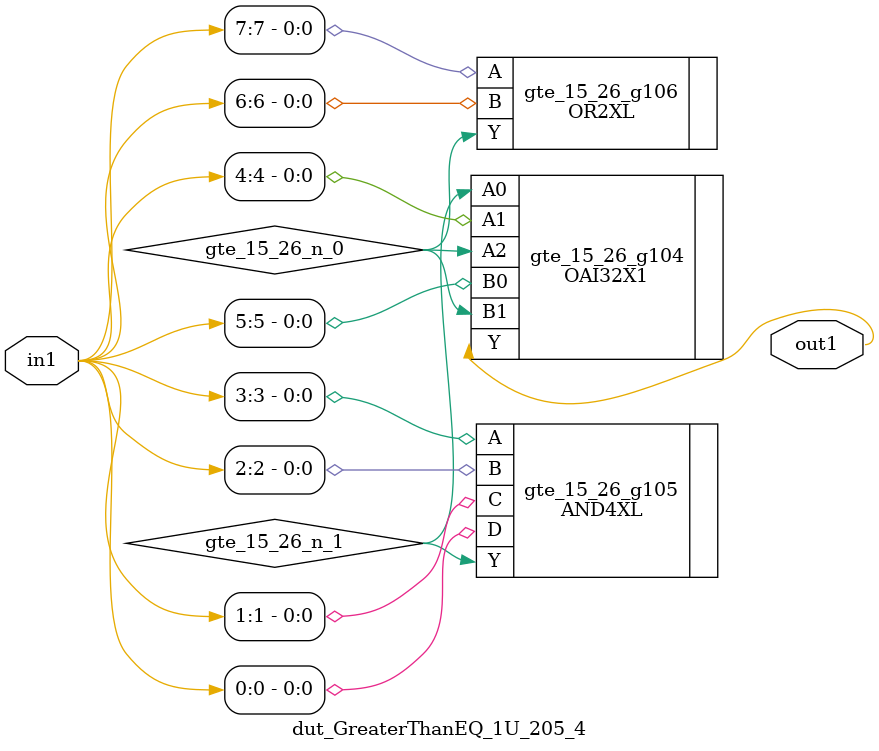
<source format=v>
`timescale 1ps / 1ps


module dut_GreaterThanEQ_1U_205_4(in1, out1);
  input [7:0] in1;
  output out1;
  wire [7:0] in1;
  wire out1;
  wire gte_15_26_n_0, gte_15_26_n_1;
  OAI32X1 gte_15_26_g104(.A0 (gte_15_26_n_1), .A1 (in1[4]), .A2
       (gte_15_26_n_0), .B0 (in1[5]), .B1 (gte_15_26_n_0), .Y (out1));
  AND4XL gte_15_26_g105(.A (in1[3]), .B (in1[2]), .C (in1[1]), .D
       (in1[0]), .Y (gte_15_26_n_1));
  OR2XL gte_15_26_g106(.A (in1[7]), .B (in1[6]), .Y (gte_15_26_n_0));
endmodule



</source>
